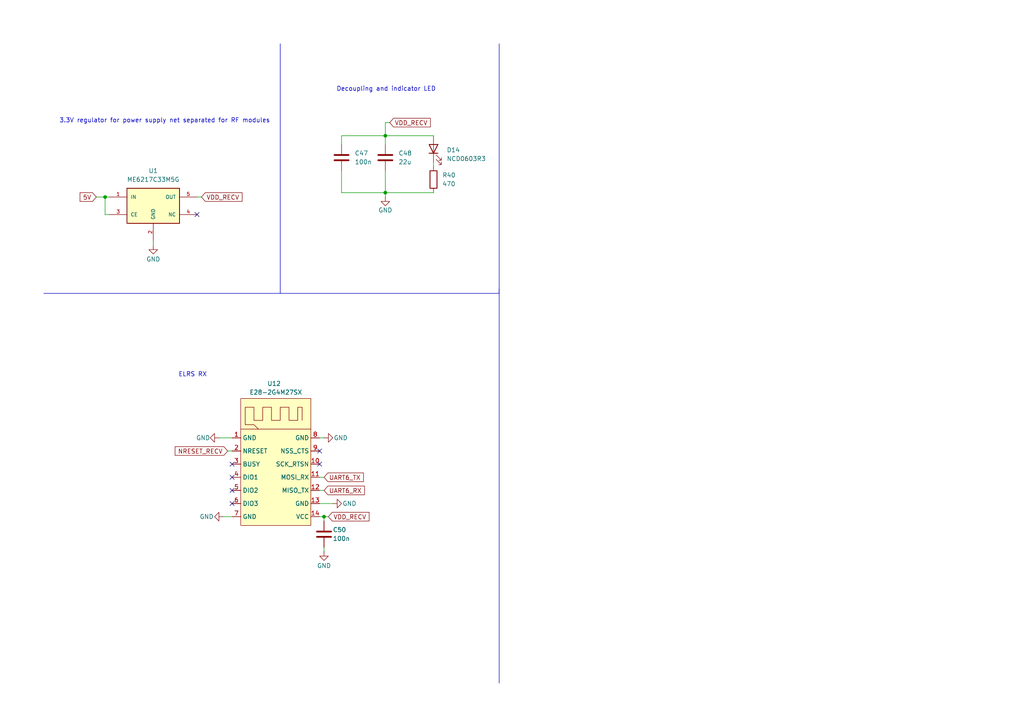
<source format=kicad_sch>
(kicad_sch (version 20250114) (generator "eeschema") (generator_version "9.0")
  (paper "A4")
  (lib_symbols
    (symbol "Device:C" (pin_numbers (hide yes)) (pin_names (offset 0.254))
      (property "Reference" "C" (at 0.635 2.54 0))
      (property "Value" "C" (at 0.635 -2.54 0))
      (symbol "C_0_1"
        (polyline (pts (xy -2.032 0.762) (xy 2.032 0.762)) (stroke (width 0.508)))
        (polyline (pts (xy -2.032 -0.762) (xy 2.032 -0.762)) (stroke (width 0.508)))
      )
      (symbol "C_1_1"
        (pin passive line (at 0 3.81 270) (length 2.794) (name "~") (number "1"))
        (pin passive line (at 0 -3.81 90) (length 2.794) (name "~") (number "2"))
      )
    )
    (symbol "Device:LED" (pin_numbers (hide yes)) (pin_names (offset 1.016) (hide yes))
      (property "Reference" "D" (at 0 2.54 0))
      (property "Value" "LED" (at 0 -2.54 0))
      (symbol "LED_0_1"
        (polyline (pts (xy -3.048 -0.762) (xy -4.572 -2.286) (xy -3.81 -2.286) (xy -4.572 -2.286) (xy -4.572 -1.524)))
        (polyline (pts (xy -1.778 -0.762) (xy -3.302 -2.286) (xy -2.54 -2.286) (xy -3.302 -2.286) (xy -3.302 -1.524)))
        (polyline (pts (xy -1.27 0) (xy 1.27 0)))
        (polyline (pts (xy -1.27 -1.27) (xy -1.27 1.27)) (stroke (width 0.254)))
        (polyline (pts (xy 1.27 -1.27) (xy 1.27 1.27) (xy -1.27 0) (xy 1.27 -1.27)) (stroke (width 0.254)))
      )
      (symbol "LED_1_1"
        (pin passive line (at -3.81 0 0) (length 2.54) (name "K") (number "1"))
        (pin passive line (at 3.81 0 180) (length 2.54) (name "A") (number "2"))
      )
    )
    (symbol "Device:R" (pin_numbers (hide yes)) (pin_names (offset 0))
      (property "Reference" "R" (at 2.032 0 90))
      (property "Value" "R" (at 0 0 90))
      (symbol "R_0_1"
        (rectangle (start -1.016 -2.54) (end 1.016 2.54) (stroke (width 0.254)))
      )
      (symbol "R_1_1"
        (pin passive line (at 0 3.81 270) (length 1.27) (name "~") (number "1"))
        (pin passive line (at 0 -3.81 90) (length 1.27) (name "~") (number "2"))
      )
    )
    (symbol "fclib:ME6217C33M5G" (pin_names (offset 1.016))
      (property "Reference" "U2" (at 0 10.16 0))
      (property "Value" "ME6217C33M5G" (at 0 7.62 0))
      (symbol "ME6217C33M5G_0_0"
        (rectangle (start -7.62 5.08) (end 7.62 -5.08) (stroke (width 0.254)) (fill (type background)))
        (pin bidirectional line (at 12.7 -2.54 180) (length 5.08) (name "NC") (number "4"))
      )
      (symbol "ME6217C33M5G_1_0"
        (pin power_in line (at -12.7 2.54 0) (length 5.08) (name "IN") (number "1"))
        (pin power_in line (at -12.7 -2.54 0) (length 5.08) (name "CE") (number "3"))
        (pin power_in line (at 0 -10.16 90) (length 5.08) (name "GND") (number "2"))
        (pin power_out line (at 12.7 2.54 180) (length 5.08) (name "OUT") (number "5"))
      )
    )
    (symbol "fclib:RF_2.4"
      (symbol "RF_2.4_0_1"
        (rectangle (start -10.16 10.16) (end 10.16 -17.78) (fill (type color) (color 255 255 194 1)))
        (polyline (pts (xy -10.16 10.16) (xy -10.16 19.05) (xy 10.16 19.05) (xy 10.16 10.16)) (fill (type color) (color 255 255 194 1)))
        (polyline (pts (xy -5.08 10.16) (xy -6.35 11.43) (xy -8.89 11.43) (xy -8.89 16.51) (xy -6.35 16.51) (xy -6.35 12.7) (xy -3.81 12.7) (xy -3.81 16.51) (xy -1.27 16.51) (xy -1.27 12.7) (xy 1.27 12.7) (xy 1.27 16.51) (xy 3.81 16.51) (xy 3.81 12.7) (xy 6.35 12.7) (xy 6.35 16.51) (xy 7.62 16.51) (xy 7.62 12.7)))
      )
      (symbol "RF_2.4_1_1"
        (pin input line (at -12.7 7.62 0) (length 2.54) (name "GND") (number "1"))
        (pin input line (at -12.7 3.81 0) (length 2.54) (name "NRESET") (number "2"))
        (pin input line (at -12.7 0 0) (length 2.54) (name "BUSY") (number "3"))
        (pin input line (at -12.7 -3.81 0) (length 2.54) (name "DIO1") (number "4"))
        (pin input line (at -12.7 -7.62 0) (length 2.54) (name "DIO2") (number "5"))
        (pin input line (at -12.7 -11.43 0) (length 2.54) (name "DIO3") (number "6"))
        (pin input line (at -12.7 -15.24 0) (length 2.54) (name "GND") (number "7"))
        (pin input line (at 12.7 7.62 180) (length 2.54) (name "GND") (number "8"))
        (pin input line (at 12.7 3.81 180) (length 2.54) (name "NSS_CTS") (number "9"))
        (pin input line (at 12.7 0 180) (length 2.54) (name "SCK_RTSN") (number "10"))
        (pin input line (at 12.7 -3.81 180) (length 2.54) (name "MOSI_RX") (number "11"))
        (pin input line (at 12.7 -7.62 180) (length 2.54) (name "MISO_TX") (number "12"))
        (pin input line (at 12.7 -11.43 180) (length 2.54) (name "GND") (number "13"))
        (pin input line (at 12.7 -15.24 180) (length 2.54) (name "VCC") (number "14"))
      )
    )
    (symbol "power:GND" (power) (pin_numbers (hide yes)) (pin_names (offset 0) (hide yes))
      (property "Value" "GND" (at 0 -3.81 0))
      (symbol "GND_0_1"
        (polyline (pts (xy 0 0) (xy 0 -1.27) (xy 1.27 -1.27) (xy 0 -2.54) (xy -1.27 -1.27) (xy 0 -1.27)))
      )
      (symbol "GND_1_1"
        (pin power_in line (at 0 0 270) (length 0) (name "~") (number "1"))
      )
    )
  )
  (text "Decoupling and indicator LED" (at 112.014 25.908 0) (effects (font (size 1.27 1.27))))
  (text "ELRS RX " (at 56.388 108.712 0) (effects (font (size 1.27 1.27))))
  (text "3.3V regulator for power supply net separated for RF modules" (at 47.752 35.052 0) (effects (font (size 1.27 1.27))))
  (junction (at 30.48 57.15))
  (junction (at 111.76 39.37))
  (junction (at 93.98 149.86))
  (junction (at 111.76 55.88))
  (no_connect (at 57.15 62.23))
  (no_connect (at 67.31 142.24))
  (no_connect (at 67.31 146.05))
  (no_connect (at 67.31 134.62))
  (no_connect (at 67.31 138.43))
  (no_connect (at 92.71 130.81))
  (no_connect (at 92.71 134.62))
  (wire (pts (xy 99.06 49.53) (xy 99.06 55.88)))
  (wire (pts (xy 44.45 71.12) (xy 44.45 69.85)))
  (wire (pts (xy 93.98 158.75) (xy 93.98 160.02)))
  (wire (pts (xy 66.04 130.81) (xy 67.31 130.81)))
  (wire (pts (xy 31.75 57.15) (xy 30.48 57.15)))
  (wire (pts (xy 57.15 57.15) (xy 58.42 57.15)))
  (wire (pts (xy 111.76 35.56) (xy 111.76 39.37)))
  (polyline (pts (xy 12.7 85.09) (xy 144.78 85.09)))
  (wire (pts (xy 92.71 146.05) (xy 96.52 146.05)))
  (wire (pts (xy 92.71 127) (xy 93.98 127)))
  (wire (pts (xy 99.06 39.37) (xy 99.06 41.91)))
  (wire (pts (xy 113.03 35.56) (xy 111.76 35.56)))
  (wire (pts (xy 111.76 41.91) (xy 111.76 39.37)))
  (wire (pts (xy 125.73 46.99) (xy 125.73 48.26)))
  (wire (pts (xy 30.48 57.15) (xy 30.48 62.23)))
  (wire (pts (xy 30.48 62.23) (xy 31.75 62.23)))
  (wire (pts (xy 92.71 149.86) (xy 93.98 149.86)))
  (wire (pts (xy 63.5 127) (xy 67.31 127)))
  (wire (pts (xy 111.76 49.53) (xy 111.76 55.88)))
  (wire (pts (xy 27.94 57.15) (xy 30.48 57.15)))
  (wire (pts (xy 93.98 149.86) (xy 93.98 151.13)))
  (wire (pts (xy 92.71 138.43) (xy 93.98 138.43)))
  (wire (pts (xy 111.76 39.37) (xy 125.73 39.37)))
  (wire (pts (xy 111.76 39.37) (xy 99.06 39.37)))
  (wire (pts (xy 64.77 149.86) (xy 67.31 149.86)))
  (wire (pts (xy 93.98 149.86) (xy 95.25 149.86)))
  (wire (pts (xy 125.73 55.88) (xy 111.76 55.88)))
  (polyline (pts (xy 144.78 12.7) (xy 144.78 85.09)))
  (wire (pts (xy 92.71 142.24) (xy 93.98 142.24)))
  (wire (pts (xy 99.06 55.88) (xy 111.76 55.88)))
  (polyline (pts (xy 144.78 83.82) (xy 144.78 198.12)))
  (wire (pts (xy 111.76 55.88) (xy 111.76 57.15)))
  (polyline (pts (xy 81.28 12.7) (xy 81.28 85.09)))
  (global_label "VDD_RECV" (shape input) (at 95.25 149.86 0) (property "Intersheetrefs" "${INTERSHEET_REFS}" (effects (hide yes))))
  (global_label "UART6_RX" (shape input) (at 93.98 142.24 0) (property "Intersheetrefs" "${INTERSHEET_REFS}" (effects (hide yes))))
  (global_label "VDD_RECV" (shape input) (at 58.42 57.15 0) (property "Intersheetrefs" "${INTERSHEET_REFS}" (effects (hide yes))))
  (global_label "5V" (shape input) (at 27.94 57.15 180) (property "Intersheetrefs" "${INTERSHEET_REFS}" (effects (hide yes))))
  (global_label "VDD_RECV" (shape input) (at 113.03 35.56 0) (property "Intersheetrefs" "${INTERSHEET_REFS}" (effects (hide yes))))
  (global_label "NRESET_RECV" (shape input) (at 66.04 130.81 180) (property "Intersheetrefs" "${INTERSHEET_REFS}" (effects (hide yes))))
  (global_label "UART6_TX" (shape input) (at 93.98 138.43 0) (property "Intersheetrefs" "${INTERSHEET_REFS}" (effects (hide yes))))
  (symbol (lib_id "Device:C") (at 111.76 45.72 0) (unit 1)
    (property "Reference" "C48" (at 115.57 44.4499 0) (effects (justify left)))
    (property "Value" "22u" (at 115.57 46.9899 0) (effects (justify left)))
    (property "Footprint" "Capacitor_SMD:C_0805_2012Metric" (effects (hide yes)))
    (property "Datasheet" "https://www.samsungsem.com/resources/file/global/support/product_catalog/MLCC.pdf" (effects (hide yes)))
    (property "Description" "Unpolarized capacitor" (effects (hide yes)))
    (property "MPN" "CL21A226MAQNNNE" (effects (hide yes)))
    (property "Manufacturer" "SAMSUNG" (effects (hide yes)))
  )
  (symbol (lib_id "power:GND") (at 64.77 149.86 270) (unit 1)
    (property "Reference" "#PWR048" (effects (hide yes)))
    (property "Value" "GND" (at 61.976 149.86 90) (effects (justify right)))
    (property "Description" "Power symbol creates a global label with name \"GND\" , ground" (effects (hide yes)))
  )
  (symbol (lib_id "Device:C") (at 93.98 154.94 0) (unit 1)
    (property "Reference" "C50" (at 96.52 153.6699 0) (effects (justify left)))
    (property "Value" "100n" (at 96.52 156.2099 0) (effects (justify left)))
    (property "Footprint" "Capacitor_SMD:C_0402_1005Metric" (effects (hide yes)))
    (property "Datasheet" "https://product.tdk.com/system/files/dam/doc/product/capacitor/ceramic/mlcc/catalog/mlcc_commercial_general_en.pdf?ref_disty=mouser" (effects (hide yes)))
    (property "Description" "Unpolarized capacitor" (effects (hide yes)))
    (property "MPN" "C0603X5R1E104K030BB" (effects (hide yes)))
    (property "Manufacturer" "TDK" (effects (hide yes)))
  )
  (symbol (lib_id "power:GND") (at 63.5 127 270) (unit 1)
    (property "Reference" "#PWR047" (effects (hide yes)))
    (property "Value" "GND" (at 60.96 127 90) (effects (justify right)))
    (property "Description" "Power symbol creates a global label with name \"GND\" , ground" (effects (hide yes)))
  )
  (symbol (lib_id "power:GND") (at 93.98 127 90) (unit 1)
    (property "Reference" "#PWR050" (effects (hide yes)))
    (property "Value" "GND" (at 96.774 127 90) (effects (justify right)))
    (property "Description" "Power symbol creates a global label with name \"GND\" , ground" (effects (hide yes)))
  )
  (symbol (lib_id "power:GND") (at 44.45 71.12 0) (unit 1)
    (property "Reference" "#PWR041" (effects (hide yes)))
    (property "Value" "GND" (at 44.45 75.184 0))
    (property "Description" "Power symbol creates a global label with name \"GND\" , ground" (effects (hide yes)))
  )
  (symbol (lib_id "power:GND") (at 111.76 57.15 0) (unit 1)
    (property "Reference" "#PWR043" (effects (hide yes)))
    (property "Value" "GND" (at 111.76 60.96 0))
    (property "Description" "Power symbol creates a global label with name \"GND\" , ground" (effects (hide yes)))
  )
  (symbol (lib_id "Device:LED") (at 125.73 43.18 90) (unit 1)
    (property "Reference" "D14" (at 129.54 43.4974 90) (effects (justify right)))
    (property "Value" "NCD0603R3" (at 129.54 46.0374 90) (effects (justify right)))
    (property "Footprint" "LED_SMD:LED_0603_1608Metric" (effects (hide yes)))
    (property "Datasheet" "https://www.lcsc.com/datasheet/C3151730.pdf" (effects (hide yes)))
    (property "Description" "Light emitting diode" (effects (hide yes)))
    (property "Sim.Pins" "1=K 2=A" (effects (hide yes)))
    (property "MPN" "NCD0603R3" (effects (hide yes)))
    (property "Manufacturer" "NATIONSTAR" (effects (hide yes)))
  )
  (symbol (lib_id "Device:R") (at 125.73 52.07 0) (unit 1)
    (property "Reference" "R40" (at 128.27 50.7999 0) (effects (justify left)))
    (property "Value" "470" (at 128.27 53.3399 0) (effects (justify left)))
    (property "Footprint" "Resistor_SMD:R_0402_1005Metric" (effects (hide yes)))
    (property "Datasheet" "https://www.lcsc.com/datasheet/C23179.pdf" (effects (hide yes)))
    (property "Description" "Resistor" (effects (hide yes)))
    (property "MPN" "0603WAF4700T5E" (effects (hide yes)))
    (property "Manufacturer" "UNI-ROYAL" (effects (hide yes)))
  )
  (symbol (lib_id "power:GND") (at 96.52 146.05 90) (unit 1)
    (property "Reference" "#PWR049" (effects (hide yes)))
    (property "Value" "GND" (at 99.314 146.05 90) (effects (justify right)))
    (property "Description" "Power symbol creates a global label with name \"GND\" , ground" (effects (hide yes)))
  )
  (symbol (lib_id "power:GND") (at 93.98 160.02 0) (unit 1)
    (property "Reference" "#PWR051" (effects (hide yes)))
    (property "Value" "GND" (at 93.98 164.084 0))
    (property "Description" "Power symbol creates a global label with name \"GND\" , ground" (effects (hide yes)))
  )
  (symbol (lib_id "Device:C") (at 99.06 45.72 0) (unit 1)
    (property "Reference" "C47" (at 102.87 44.4499 0) (effects (justify left)))
    (property "Value" "100n" (at 102.87 46.9899 0) (effects (justify left)))
    (property "Footprint" "Capacitor_SMD:C_0402_1005Metric" (effects (hide yes)))
    (property "Datasheet" "https://product.tdk.com/system/files/dam/doc/product/capacitor/ceramic/mlcc/catalog/mlcc_commercial_general_en.pdf?ref_disty=mouser" (effects (hide yes)))
    (property "Description" "Unpolarized capacitor" (effects (hide yes)))
    (property "MPN" "C0603X5R1E104K030BB" (effects (hide yes)))
    (property "Manufacturer" "TDK" (effects (hide yes)))
  )
  (symbol (lib_id "fclib:ME6217C33M5G") (at 44.45 59.69 0) (unit 1)
    (property "Reference" "U1" (at 44.45 49.53 0))
    (property "Value" "ME6217C33M5G" (at 44.45 52.07 0))
    (property "Footprint" "fch7:SOT23-5" (effects (hide yes)))
    (property "Datasheet" "https://www.lcsc.com/datasheet/C427602.pdf" (effects (hide yes)))
    (property "SHOP" "LCSC" (effects (hide yes)))
    (property "MF" "Microne" (effects (hide yes)))
    (property "Package" "None" (effects (hide yes)))
    (property "Price" "None" (effects (hide yes)))
    (property "SnapEDA_Link" "https://www.snapeda.com/parts/ME6217C33M5G/Microne/view-part/?ref=snap" (effects (hide yes)))
    (property "MP" "ME6217C33M5G" (effects (hide yes)))
    (property "M_PART_NUMBER" "ME6217C33M5G" (effects (hide yes)))
    (property "Availability" "In Stock" (effects (hide yes)))
    (property "Check_prices" "https://www.snapeda.com/parts/ME6217C33M5G/Microne/view-part/?ref=eda" (effects (hide yes)))
    (property "MPN" "ME6217C33M5G" (effects (hide yes)))
    (property "Manufacturer" "MICRONE" (effects (hide yes)))
  )
  (symbol (lib_id "fclib:RF_2.4") (at 80.01 134.62 0) (unit 1)
    (property "Reference" "U12" (at 79.502 111.252 0))
    (property "Value" "E28-2G4M27SX" (at 80.01 113.792 0))
    (property "Footprint" "fch7:WIRELM-SMD_E28-2G4M27SX" (effects (hide yes)))
    (property "Datasheet" "https://www.lcsc.com/datasheet/C2764054.pdf" (effects (hide yes)))
    (property "MPN" "E28-2G4M27SX" (effects (hide yes)))
    (property "Manufacturer" "Ai-Thinker" (effects (hide yes)))
  )
)
</source>
